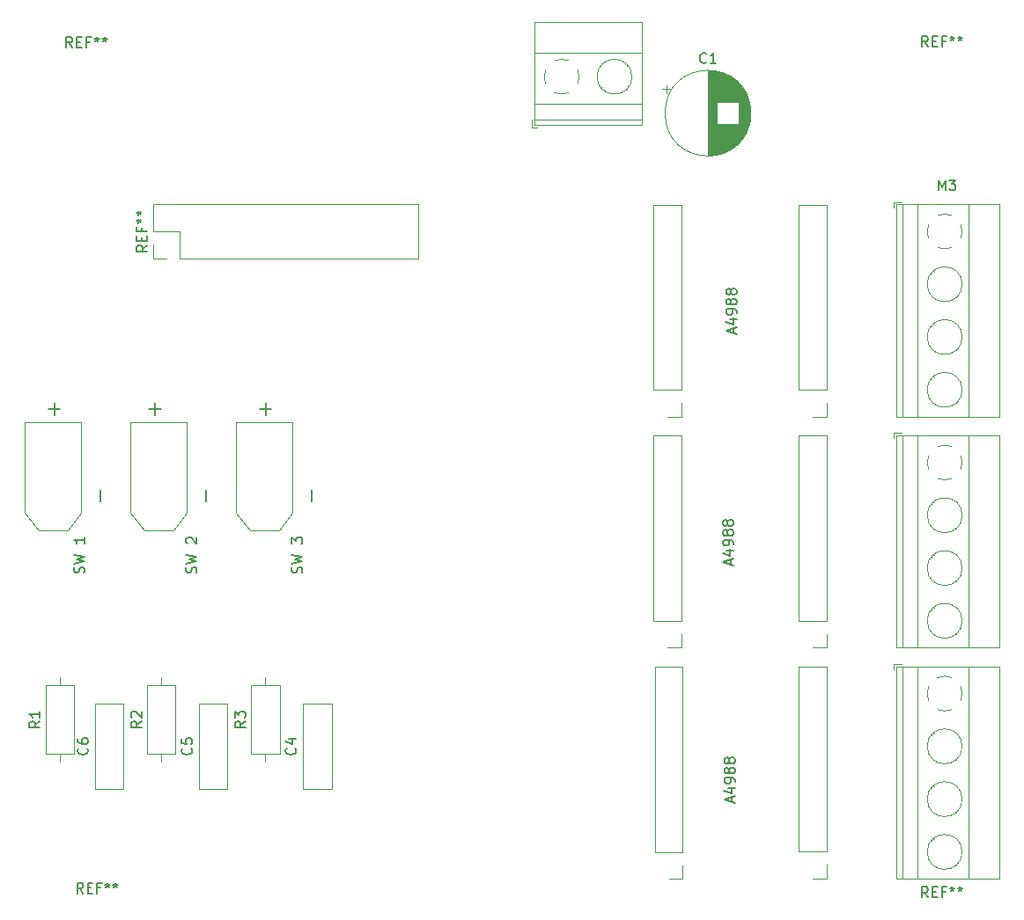
<source format=gto>
%TF.GenerationSoftware,KiCad,Pcbnew,6.0.11+dfsg-1*%
%TF.CreationDate,2023-07-27T12:15:27+02:00*%
%TF.ProjectId,CartesianRobotElectricalDocs,43617274-6573-4696-916e-526f626f7445,rev?*%
%TF.SameCoordinates,Original*%
%TF.FileFunction,Legend,Top*%
%TF.FilePolarity,Positive*%
%FSLAX46Y46*%
G04 Gerber Fmt 4.6, Leading zero omitted, Abs format (unit mm)*
G04 Created by KiCad (PCBNEW 6.0.11+dfsg-1) date 2023-07-27 12:15:27*
%MOMM*%
%LPD*%
G01*
G04 APERTURE LIST*
%ADD10C,0.150000*%
%ADD11C,0.120000*%
%ADD12R,1.700000X1.700000*%
%ADD13O,1.700000X1.700000*%
%ADD14C,7.500000*%
%ADD15C,1.600000*%
%ADD16O,1.600000X1.600000*%
%ADD17C,2.600000*%
%ADD18R,2.600000X2.600000*%
%ADD19R,1.600000X1.600000*%
%ADD20C,3.800000*%
%ADD21R,3.800000X3.800000*%
G04 APERTURE END LIST*
D10*
%TO.C,REF\u002A\u002A*%
X110426666Y-36872380D02*
X110093333Y-36396190D01*
X109855238Y-36872380D02*
X109855238Y-35872380D01*
X110236190Y-35872380D01*
X110331428Y-35920000D01*
X110379047Y-35967619D01*
X110426666Y-36062857D01*
X110426666Y-36205714D01*
X110379047Y-36300952D01*
X110331428Y-36348571D01*
X110236190Y-36396190D01*
X109855238Y-36396190D01*
X110855238Y-36348571D02*
X111188571Y-36348571D01*
X111331428Y-36872380D02*
X110855238Y-36872380D01*
X110855238Y-35872380D01*
X111331428Y-35872380D01*
X112093333Y-36348571D02*
X111760000Y-36348571D01*
X111760000Y-36872380D02*
X111760000Y-35872380D01*
X112236190Y-35872380D01*
X112760000Y-35872380D02*
X112760000Y-36110476D01*
X112521904Y-36015238D02*
X112760000Y-36110476D01*
X112998095Y-36015238D01*
X112617142Y-36300952D02*
X112760000Y-36110476D01*
X112902857Y-36300952D01*
X113521904Y-35872380D02*
X113521904Y-36110476D01*
X113283809Y-36015238D02*
X113521904Y-36110476D01*
X113760000Y-36015238D01*
X113379047Y-36300952D02*
X113521904Y-36110476D01*
X113664761Y-36300952D01*
%TO.C,C6*%
X111842142Y-104306666D02*
X111889761Y-104354285D01*
X111937380Y-104497142D01*
X111937380Y-104592380D01*
X111889761Y-104735238D01*
X111794523Y-104830476D01*
X111699285Y-104878095D01*
X111508809Y-104925714D01*
X111365952Y-104925714D01*
X111175476Y-104878095D01*
X111080238Y-104830476D01*
X110985000Y-104735238D01*
X110937380Y-104592380D01*
X110937380Y-104497142D01*
X110985000Y-104354285D01*
X111032619Y-104306666D01*
X110937380Y-103449523D02*
X110937380Y-103640000D01*
X110985000Y-103735238D01*
X111032619Y-103782857D01*
X111175476Y-103878095D01*
X111365952Y-103925714D01*
X111746904Y-103925714D01*
X111842142Y-103878095D01*
X111889761Y-103830476D01*
X111937380Y-103735238D01*
X111937380Y-103544761D01*
X111889761Y-103449523D01*
X111842142Y-103401904D01*
X111746904Y-103354285D01*
X111508809Y-103354285D01*
X111413571Y-103401904D01*
X111365952Y-103449523D01*
X111318333Y-103544761D01*
X111318333Y-103735238D01*
X111365952Y-103830476D01*
X111413571Y-103878095D01*
X111508809Y-103925714D01*
%TO.C,A4988*%
X174021666Y-64372857D02*
X174021666Y-63896666D01*
X174307380Y-64468095D02*
X173307380Y-64134761D01*
X174307380Y-63801428D01*
X173640714Y-63039523D02*
X174307380Y-63039523D01*
X173259761Y-63277619D02*
X173974047Y-63515714D01*
X173974047Y-62896666D01*
X174307380Y-62468095D02*
X174307380Y-62277619D01*
X174259761Y-62182380D01*
X174212142Y-62134761D01*
X174069285Y-62039523D01*
X173878809Y-61991904D01*
X173497857Y-61991904D01*
X173402619Y-62039523D01*
X173355000Y-62087142D01*
X173307380Y-62182380D01*
X173307380Y-62372857D01*
X173355000Y-62468095D01*
X173402619Y-62515714D01*
X173497857Y-62563333D01*
X173735952Y-62563333D01*
X173831190Y-62515714D01*
X173878809Y-62468095D01*
X173926428Y-62372857D01*
X173926428Y-62182380D01*
X173878809Y-62087142D01*
X173831190Y-62039523D01*
X173735952Y-61991904D01*
X173735952Y-61420476D02*
X173688333Y-61515714D01*
X173640714Y-61563333D01*
X173545476Y-61610952D01*
X173497857Y-61610952D01*
X173402619Y-61563333D01*
X173355000Y-61515714D01*
X173307380Y-61420476D01*
X173307380Y-61230000D01*
X173355000Y-61134761D01*
X173402619Y-61087142D01*
X173497857Y-61039523D01*
X173545476Y-61039523D01*
X173640714Y-61087142D01*
X173688333Y-61134761D01*
X173735952Y-61230000D01*
X173735952Y-61420476D01*
X173783571Y-61515714D01*
X173831190Y-61563333D01*
X173926428Y-61610952D01*
X174116904Y-61610952D01*
X174212142Y-61563333D01*
X174259761Y-61515714D01*
X174307380Y-61420476D01*
X174307380Y-61230000D01*
X174259761Y-61134761D01*
X174212142Y-61087142D01*
X174116904Y-61039523D01*
X173926428Y-61039523D01*
X173831190Y-61087142D01*
X173783571Y-61134761D01*
X173735952Y-61230000D01*
X173735952Y-60468095D02*
X173688333Y-60563333D01*
X173640714Y-60610952D01*
X173545476Y-60658571D01*
X173497857Y-60658571D01*
X173402619Y-60610952D01*
X173355000Y-60563333D01*
X173307380Y-60468095D01*
X173307380Y-60277619D01*
X173355000Y-60182380D01*
X173402619Y-60134761D01*
X173497857Y-60087142D01*
X173545476Y-60087142D01*
X173640714Y-60134761D01*
X173688333Y-60182380D01*
X173735952Y-60277619D01*
X173735952Y-60468095D01*
X173783571Y-60563333D01*
X173831190Y-60610952D01*
X173926428Y-60658571D01*
X174116904Y-60658571D01*
X174212142Y-60610952D01*
X174259761Y-60563333D01*
X174307380Y-60468095D01*
X174307380Y-60277619D01*
X174259761Y-60182380D01*
X174212142Y-60134761D01*
X174116904Y-60087142D01*
X173926428Y-60087142D01*
X173831190Y-60134761D01*
X173783571Y-60182380D01*
X173735952Y-60277619D01*
%TO.C,R1*%
X107302380Y-101726666D02*
X106826190Y-102060000D01*
X107302380Y-102298095D02*
X106302380Y-102298095D01*
X106302380Y-101917142D01*
X106350000Y-101821904D01*
X106397619Y-101774285D01*
X106492857Y-101726666D01*
X106635714Y-101726666D01*
X106730952Y-101774285D01*
X106778571Y-101821904D01*
X106826190Y-101917142D01*
X106826190Y-102298095D01*
X107302380Y-100774285D02*
X107302380Y-101345714D01*
X107302380Y-101060000D02*
X106302380Y-101060000D01*
X106445238Y-101155238D01*
X106540476Y-101250476D01*
X106588095Y-101345714D01*
%TO.C,C4*%
X131842142Y-104306666D02*
X131889761Y-104354285D01*
X131937380Y-104497142D01*
X131937380Y-104592380D01*
X131889761Y-104735238D01*
X131794523Y-104830476D01*
X131699285Y-104878095D01*
X131508809Y-104925714D01*
X131365952Y-104925714D01*
X131175476Y-104878095D01*
X131080238Y-104830476D01*
X130985000Y-104735238D01*
X130937380Y-104592380D01*
X130937380Y-104497142D01*
X130985000Y-104354285D01*
X131032619Y-104306666D01*
X131270714Y-103449523D02*
X131937380Y-103449523D01*
X130889761Y-103687619D02*
X131604047Y-103925714D01*
X131604047Y-103306666D01*
%TO.C,R3*%
X127067380Y-101726666D02*
X126591190Y-102060000D01*
X127067380Y-102298095D02*
X126067380Y-102298095D01*
X126067380Y-101917142D01*
X126115000Y-101821904D01*
X126162619Y-101774285D01*
X126257857Y-101726666D01*
X126400714Y-101726666D01*
X126495952Y-101774285D01*
X126543571Y-101821904D01*
X126591190Y-101917142D01*
X126591190Y-102298095D01*
X126067380Y-101393333D02*
X126067380Y-100774285D01*
X126448333Y-101107619D01*
X126448333Y-100964761D01*
X126495952Y-100869523D01*
X126543571Y-100821904D01*
X126638809Y-100774285D01*
X126876904Y-100774285D01*
X126972142Y-100821904D01*
X127019761Y-100869523D01*
X127067380Y-100964761D01*
X127067380Y-101250476D01*
X127019761Y-101345714D01*
X126972142Y-101393333D01*
%TO.C,C1*%
X171380682Y-38287142D02*
X171333063Y-38334761D01*
X171190206Y-38382380D01*
X171094968Y-38382380D01*
X170952110Y-38334761D01*
X170856872Y-38239523D01*
X170809253Y-38144285D01*
X170761634Y-37953809D01*
X170761634Y-37810952D01*
X170809253Y-37620476D01*
X170856872Y-37525238D01*
X170952110Y-37430000D01*
X171094968Y-37382380D01*
X171190206Y-37382380D01*
X171333063Y-37430000D01*
X171380682Y-37477619D01*
X172333063Y-38382380D02*
X171761634Y-38382380D01*
X172047349Y-38382380D02*
X172047349Y-37382380D01*
X171952110Y-37525238D01*
X171856872Y-37620476D01*
X171761634Y-37668095D01*
%TO.C,SW 3*%
X132484761Y-87439285D02*
X132532380Y-87296428D01*
X132532380Y-87058333D01*
X132484761Y-86963095D01*
X132437142Y-86915476D01*
X132341904Y-86867857D01*
X132246666Y-86867857D01*
X132151428Y-86915476D01*
X132103809Y-86963095D01*
X132056190Y-87058333D01*
X132008571Y-87248809D01*
X131960952Y-87344047D01*
X131913333Y-87391666D01*
X131818095Y-87439285D01*
X131722857Y-87439285D01*
X131627619Y-87391666D01*
X131580000Y-87344047D01*
X131532380Y-87248809D01*
X131532380Y-87010714D01*
X131580000Y-86867857D01*
X131532380Y-86534523D02*
X132532380Y-86296428D01*
X131818095Y-86105952D01*
X132532380Y-85915476D01*
X131532380Y-85677380D01*
X131532380Y-84629761D02*
X131532380Y-84010714D01*
X131913333Y-84344047D01*
X131913333Y-84201190D01*
X131960952Y-84105952D01*
X132008571Y-84058333D01*
X132103809Y-84010714D01*
X132341904Y-84010714D01*
X132437142Y-84058333D01*
X132484761Y-84105952D01*
X132532380Y-84201190D01*
X132532380Y-84486904D01*
X132484761Y-84582142D01*
X132437142Y-84629761D01*
X129012142Y-72216428D02*
X129012142Y-71073571D01*
X129583571Y-71645000D02*
X128440714Y-71645000D01*
X133457142Y-80581428D02*
X133457142Y-79438571D01*
%TO.C,REF\u002A\u002A*%
X192698666Y-36788380D02*
X192365333Y-36312190D01*
X192127238Y-36788380D02*
X192127238Y-35788380D01*
X192508190Y-35788380D01*
X192603428Y-35836000D01*
X192651047Y-35883619D01*
X192698666Y-35978857D01*
X192698666Y-36121714D01*
X192651047Y-36216952D01*
X192603428Y-36264571D01*
X192508190Y-36312190D01*
X192127238Y-36312190D01*
X193127238Y-36264571D02*
X193460571Y-36264571D01*
X193603428Y-36788380D02*
X193127238Y-36788380D01*
X193127238Y-35788380D01*
X193603428Y-35788380D01*
X194365333Y-36264571D02*
X194032000Y-36264571D01*
X194032000Y-36788380D02*
X194032000Y-35788380D01*
X194508190Y-35788380D01*
X195032000Y-35788380D02*
X195032000Y-36026476D01*
X194793904Y-35931238D02*
X195032000Y-36026476D01*
X195270095Y-35931238D01*
X194889142Y-36216952D02*
X195032000Y-36026476D01*
X195174857Y-36216952D01*
X195793904Y-35788380D02*
X195793904Y-36026476D01*
X195555809Y-35931238D02*
X195793904Y-36026476D01*
X196032000Y-35931238D01*
X195651047Y-36216952D02*
X195793904Y-36026476D01*
X195936761Y-36216952D01*
%TO.C,SW 2*%
X122324761Y-87439285D02*
X122372380Y-87296428D01*
X122372380Y-87058333D01*
X122324761Y-86963095D01*
X122277142Y-86915476D01*
X122181904Y-86867857D01*
X122086666Y-86867857D01*
X121991428Y-86915476D01*
X121943809Y-86963095D01*
X121896190Y-87058333D01*
X121848571Y-87248809D01*
X121800952Y-87344047D01*
X121753333Y-87391666D01*
X121658095Y-87439285D01*
X121562857Y-87439285D01*
X121467619Y-87391666D01*
X121420000Y-87344047D01*
X121372380Y-87248809D01*
X121372380Y-87010714D01*
X121420000Y-86867857D01*
X121372380Y-86534523D02*
X122372380Y-86296428D01*
X121658095Y-86105952D01*
X122372380Y-85915476D01*
X121372380Y-85677380D01*
X121467619Y-84582142D02*
X121420000Y-84534523D01*
X121372380Y-84439285D01*
X121372380Y-84201190D01*
X121420000Y-84105952D01*
X121467619Y-84058333D01*
X121562857Y-84010714D01*
X121658095Y-84010714D01*
X121800952Y-84058333D01*
X122372380Y-84629761D01*
X122372380Y-84010714D01*
X123297142Y-80581428D02*
X123297142Y-79438571D01*
X118352142Y-72216428D02*
X118352142Y-71073571D01*
X118923571Y-71645000D02*
X117780714Y-71645000D01*
%TO.C,A4988*%
X173701666Y-86622457D02*
X173701666Y-86146266D01*
X173987380Y-86717695D02*
X172987380Y-86384361D01*
X173987380Y-86051028D01*
X173320714Y-85289123D02*
X173987380Y-85289123D01*
X172939761Y-85527219D02*
X173654047Y-85765314D01*
X173654047Y-85146266D01*
X173987380Y-84717695D02*
X173987380Y-84527219D01*
X173939761Y-84431980D01*
X173892142Y-84384361D01*
X173749285Y-84289123D01*
X173558809Y-84241504D01*
X173177857Y-84241504D01*
X173082619Y-84289123D01*
X173035000Y-84336742D01*
X172987380Y-84431980D01*
X172987380Y-84622457D01*
X173035000Y-84717695D01*
X173082619Y-84765314D01*
X173177857Y-84812933D01*
X173415952Y-84812933D01*
X173511190Y-84765314D01*
X173558809Y-84717695D01*
X173606428Y-84622457D01*
X173606428Y-84431980D01*
X173558809Y-84336742D01*
X173511190Y-84289123D01*
X173415952Y-84241504D01*
X173415952Y-83670076D02*
X173368333Y-83765314D01*
X173320714Y-83812933D01*
X173225476Y-83860552D01*
X173177857Y-83860552D01*
X173082619Y-83812933D01*
X173035000Y-83765314D01*
X172987380Y-83670076D01*
X172987380Y-83479600D01*
X173035000Y-83384361D01*
X173082619Y-83336742D01*
X173177857Y-83289123D01*
X173225476Y-83289123D01*
X173320714Y-83336742D01*
X173368333Y-83384361D01*
X173415952Y-83479600D01*
X173415952Y-83670076D01*
X173463571Y-83765314D01*
X173511190Y-83812933D01*
X173606428Y-83860552D01*
X173796904Y-83860552D01*
X173892142Y-83812933D01*
X173939761Y-83765314D01*
X173987380Y-83670076D01*
X173987380Y-83479600D01*
X173939761Y-83384361D01*
X173892142Y-83336742D01*
X173796904Y-83289123D01*
X173606428Y-83289123D01*
X173511190Y-83336742D01*
X173463571Y-83384361D01*
X173415952Y-83479600D01*
X173415952Y-82717695D02*
X173368333Y-82812933D01*
X173320714Y-82860552D01*
X173225476Y-82908171D01*
X173177857Y-82908171D01*
X173082619Y-82860552D01*
X173035000Y-82812933D01*
X172987380Y-82717695D01*
X172987380Y-82527219D01*
X173035000Y-82431980D01*
X173082619Y-82384361D01*
X173177857Y-82336742D01*
X173225476Y-82336742D01*
X173320714Y-82384361D01*
X173368333Y-82431980D01*
X173415952Y-82527219D01*
X173415952Y-82717695D01*
X173463571Y-82812933D01*
X173511190Y-82860552D01*
X173606428Y-82908171D01*
X173796904Y-82908171D01*
X173892142Y-82860552D01*
X173939761Y-82812933D01*
X173987380Y-82717695D01*
X173987380Y-82527219D01*
X173939761Y-82431980D01*
X173892142Y-82384361D01*
X173796904Y-82336742D01*
X173606428Y-82336742D01*
X173511190Y-82384361D01*
X173463571Y-82431980D01*
X173415952Y-82527219D01*
%TO.C,R2*%
X117067380Y-101726666D02*
X116591190Y-102060000D01*
X117067380Y-102298095D02*
X116067380Y-102298095D01*
X116067380Y-101917142D01*
X116115000Y-101821904D01*
X116162619Y-101774285D01*
X116257857Y-101726666D01*
X116400714Y-101726666D01*
X116495952Y-101774285D01*
X116543571Y-101821904D01*
X116591190Y-101917142D01*
X116591190Y-102298095D01*
X116162619Y-101345714D02*
X116115000Y-101298095D01*
X116067380Y-101202857D01*
X116067380Y-100964761D01*
X116115000Y-100869523D01*
X116162619Y-100821904D01*
X116257857Y-100774285D01*
X116353095Y-100774285D01*
X116495952Y-100821904D01*
X117067380Y-101393333D01*
X117067380Y-100774285D01*
%TO.C,M3*%
X193700476Y-50617380D02*
X193700476Y-49617380D01*
X194033809Y-50331666D01*
X194367142Y-49617380D01*
X194367142Y-50617380D01*
X194748095Y-49617380D02*
X195367142Y-49617380D01*
X195033809Y-49998333D01*
X195176666Y-49998333D01*
X195271904Y-50045952D01*
X195319523Y-50093571D01*
X195367142Y-50188809D01*
X195367142Y-50426904D01*
X195319523Y-50522142D01*
X195271904Y-50569761D01*
X195176666Y-50617380D01*
X194890952Y-50617380D01*
X194795714Y-50569761D01*
X194748095Y-50522142D01*
%TO.C,REF\u002A\u002A*%
X117622380Y-55908333D02*
X117146190Y-56241666D01*
X117622380Y-56479761D02*
X116622380Y-56479761D01*
X116622380Y-56098809D01*
X116670000Y-56003571D01*
X116717619Y-55955952D01*
X116812857Y-55908333D01*
X116955714Y-55908333D01*
X117050952Y-55955952D01*
X117098571Y-56003571D01*
X117146190Y-56098809D01*
X117146190Y-56479761D01*
X117098571Y-55479761D02*
X117098571Y-55146428D01*
X117622380Y-55003571D02*
X117622380Y-55479761D01*
X116622380Y-55479761D01*
X116622380Y-55003571D01*
X117098571Y-54241666D02*
X117098571Y-54575000D01*
X117622380Y-54575000D02*
X116622380Y-54575000D01*
X116622380Y-54098809D01*
X116622380Y-53575000D02*
X116860476Y-53575000D01*
X116765238Y-53813095D02*
X116860476Y-53575000D01*
X116765238Y-53336904D01*
X117050952Y-53717857D02*
X116860476Y-53575000D01*
X117050952Y-53432142D01*
X116622380Y-52813095D02*
X116860476Y-52813095D01*
X116765238Y-53051190D02*
X116860476Y-52813095D01*
X116765238Y-52575000D01*
X117050952Y-52955952D02*
X116860476Y-52813095D01*
X117050952Y-52670238D01*
X192698666Y-118669079D02*
X192365333Y-118192889D01*
X192127238Y-118669079D02*
X192127238Y-117669079D01*
X192508190Y-117669079D01*
X192603428Y-117716699D01*
X192651047Y-117764318D01*
X192698666Y-117859556D01*
X192698666Y-118002413D01*
X192651047Y-118097651D01*
X192603428Y-118145270D01*
X192508190Y-118192889D01*
X192127238Y-118192889D01*
X193127238Y-118145270D02*
X193460571Y-118145270D01*
X193603428Y-118669079D02*
X193127238Y-118669079D01*
X193127238Y-117669079D01*
X193603428Y-117669079D01*
X194365333Y-118145270D02*
X194032000Y-118145270D01*
X194032000Y-118669079D02*
X194032000Y-117669079D01*
X194508190Y-117669079D01*
X195032000Y-117669079D02*
X195032000Y-117907175D01*
X194793904Y-117811937D02*
X195032000Y-117907175D01*
X195270095Y-117811937D01*
X194889142Y-118097651D02*
X195032000Y-117907175D01*
X195174857Y-118097651D01*
X195793904Y-117669079D02*
X195793904Y-117907175D01*
X195555809Y-117811937D02*
X195793904Y-117907175D01*
X196032000Y-117811937D01*
X195651047Y-118097651D02*
X195793904Y-117907175D01*
X195936761Y-118097651D01*
%TO.C,C5*%
X121842142Y-104306666D02*
X121889761Y-104354285D01*
X121937380Y-104497142D01*
X121937380Y-104592380D01*
X121889761Y-104735238D01*
X121794523Y-104830476D01*
X121699285Y-104878095D01*
X121508809Y-104925714D01*
X121365952Y-104925714D01*
X121175476Y-104878095D01*
X121080238Y-104830476D01*
X120985000Y-104735238D01*
X120937380Y-104592380D01*
X120937380Y-104497142D01*
X120985000Y-104354285D01*
X121032619Y-104306666D01*
X120937380Y-103401904D02*
X120937380Y-103878095D01*
X121413571Y-103925714D01*
X121365952Y-103878095D01*
X121318333Y-103782857D01*
X121318333Y-103544761D01*
X121365952Y-103449523D01*
X121413571Y-103401904D01*
X121508809Y-103354285D01*
X121746904Y-103354285D01*
X121842142Y-103401904D01*
X121889761Y-103449523D01*
X121937380Y-103544761D01*
X121937380Y-103782857D01*
X121889761Y-103878095D01*
X121842142Y-103925714D01*
%TO.C,REF\u002A\u002A*%
X111466666Y-118283079D02*
X111133333Y-117806889D01*
X110895238Y-118283079D02*
X110895238Y-117283079D01*
X111276190Y-117283079D01*
X111371428Y-117330699D01*
X111419047Y-117378318D01*
X111466666Y-117473556D01*
X111466666Y-117616413D01*
X111419047Y-117711651D01*
X111371428Y-117759270D01*
X111276190Y-117806889D01*
X110895238Y-117806889D01*
X111895238Y-117759270D02*
X112228571Y-117759270D01*
X112371428Y-118283079D02*
X111895238Y-118283079D01*
X111895238Y-117283079D01*
X112371428Y-117283079D01*
X113133333Y-117759270D02*
X112800000Y-117759270D01*
X112800000Y-118283079D02*
X112800000Y-117283079D01*
X113276190Y-117283079D01*
X113800000Y-117283079D02*
X113800000Y-117521175D01*
X113561904Y-117425937D02*
X113800000Y-117521175D01*
X114038095Y-117425937D01*
X113657142Y-117711651D02*
X113800000Y-117521175D01*
X113942857Y-117711651D01*
X114561904Y-117283079D02*
X114561904Y-117521175D01*
X114323809Y-117425937D02*
X114561904Y-117521175D01*
X114800000Y-117425937D01*
X114419047Y-117711651D02*
X114561904Y-117521175D01*
X114704761Y-117711651D01*
%TO.C,A4988*%
X173854066Y-109507857D02*
X173854066Y-109031666D01*
X174139780Y-109603095D02*
X173139780Y-109269761D01*
X174139780Y-108936428D01*
X173473114Y-108174523D02*
X174139780Y-108174523D01*
X173092161Y-108412619D02*
X173806447Y-108650714D01*
X173806447Y-108031666D01*
X174139780Y-107603095D02*
X174139780Y-107412619D01*
X174092161Y-107317380D01*
X174044542Y-107269761D01*
X173901685Y-107174523D01*
X173711209Y-107126904D01*
X173330257Y-107126904D01*
X173235019Y-107174523D01*
X173187400Y-107222142D01*
X173139780Y-107317380D01*
X173139780Y-107507857D01*
X173187400Y-107603095D01*
X173235019Y-107650714D01*
X173330257Y-107698333D01*
X173568352Y-107698333D01*
X173663590Y-107650714D01*
X173711209Y-107603095D01*
X173758828Y-107507857D01*
X173758828Y-107317380D01*
X173711209Y-107222142D01*
X173663590Y-107174523D01*
X173568352Y-107126904D01*
X173568352Y-106555476D02*
X173520733Y-106650714D01*
X173473114Y-106698333D01*
X173377876Y-106745952D01*
X173330257Y-106745952D01*
X173235019Y-106698333D01*
X173187400Y-106650714D01*
X173139780Y-106555476D01*
X173139780Y-106365000D01*
X173187400Y-106269761D01*
X173235019Y-106222142D01*
X173330257Y-106174523D01*
X173377876Y-106174523D01*
X173473114Y-106222142D01*
X173520733Y-106269761D01*
X173568352Y-106365000D01*
X173568352Y-106555476D01*
X173615971Y-106650714D01*
X173663590Y-106698333D01*
X173758828Y-106745952D01*
X173949304Y-106745952D01*
X174044542Y-106698333D01*
X174092161Y-106650714D01*
X174139780Y-106555476D01*
X174139780Y-106365000D01*
X174092161Y-106269761D01*
X174044542Y-106222142D01*
X173949304Y-106174523D01*
X173758828Y-106174523D01*
X173663590Y-106222142D01*
X173615971Y-106269761D01*
X173568352Y-106365000D01*
X173568352Y-105603095D02*
X173520733Y-105698333D01*
X173473114Y-105745952D01*
X173377876Y-105793571D01*
X173330257Y-105793571D01*
X173235019Y-105745952D01*
X173187400Y-105698333D01*
X173139780Y-105603095D01*
X173139780Y-105412619D01*
X173187400Y-105317380D01*
X173235019Y-105269761D01*
X173330257Y-105222142D01*
X173377876Y-105222142D01*
X173473114Y-105269761D01*
X173520733Y-105317380D01*
X173568352Y-105412619D01*
X173568352Y-105603095D01*
X173615971Y-105698333D01*
X173663590Y-105745952D01*
X173758828Y-105793571D01*
X173949304Y-105793571D01*
X174044542Y-105745952D01*
X174092161Y-105698333D01*
X174139780Y-105603095D01*
X174139780Y-105412619D01*
X174092161Y-105317380D01*
X174044542Y-105269761D01*
X173949304Y-105222142D01*
X173758828Y-105222142D01*
X173663590Y-105269761D01*
X173615971Y-105317380D01*
X173568352Y-105412619D01*
%TO.C,SW 1*%
X111529761Y-87439285D02*
X111577380Y-87296428D01*
X111577380Y-87058333D01*
X111529761Y-86963095D01*
X111482142Y-86915476D01*
X111386904Y-86867857D01*
X111291666Y-86867857D01*
X111196428Y-86915476D01*
X111148809Y-86963095D01*
X111101190Y-87058333D01*
X111053571Y-87248809D01*
X111005952Y-87344047D01*
X110958333Y-87391666D01*
X110863095Y-87439285D01*
X110767857Y-87439285D01*
X110672619Y-87391666D01*
X110625000Y-87344047D01*
X110577380Y-87248809D01*
X110577380Y-87010714D01*
X110625000Y-86867857D01*
X110577380Y-86534523D02*
X111577380Y-86296428D01*
X110863095Y-86105952D01*
X111577380Y-85915476D01*
X110577380Y-85677380D01*
X111577380Y-84010714D02*
X111577380Y-84582142D01*
X111577380Y-84296428D02*
X110577380Y-84296428D01*
X110720238Y-84391666D01*
X110815476Y-84486904D01*
X110863095Y-84582142D01*
X113137142Y-80581428D02*
X113137142Y-79438571D01*
X108692142Y-72216428D02*
X108692142Y-71073571D01*
X109263571Y-71645000D02*
X108120714Y-71645000D01*
D11*
%TO.C,REF\u002A\u002A*%
X182940000Y-114285000D02*
X182940000Y-96445000D01*
X182940000Y-115555000D02*
X182940000Y-116885000D01*
X182940000Y-96445000D02*
X180280000Y-96445000D01*
X182940000Y-116885000D02*
X181610000Y-116885000D01*
X180280000Y-114285000D02*
X180280000Y-96445000D01*
X182940000Y-114285000D02*
X180280000Y-114285000D01*
%TO.C,C6*%
X112615000Y-100020000D02*
X115355000Y-100020000D01*
X112615000Y-108260000D02*
X112615000Y-100020000D01*
X115355000Y-108260000D02*
X115355000Y-100020000D01*
X112615000Y-108260000D02*
X115355000Y-108260000D01*
%TO.C,A4988*%
X168970000Y-72430000D02*
X167640000Y-72430000D01*
X166310000Y-69830000D02*
X166310000Y-51990000D01*
X168970000Y-71100000D02*
X168970000Y-72430000D01*
X168970000Y-51990000D02*
X166310000Y-51990000D01*
X168970000Y-69830000D02*
X166310000Y-69830000D01*
X168970000Y-69830000D02*
X168970000Y-51990000D01*
%TO.C,R1*%
X110590000Y-98290000D02*
X107850000Y-98290000D01*
X107850000Y-104830000D02*
X110590000Y-104830000D01*
X109220000Y-97520000D02*
X109220000Y-98290000D01*
X107850000Y-98290000D02*
X107850000Y-104830000D01*
X110590000Y-104830000D02*
X110590000Y-98290000D01*
X109220000Y-105600000D02*
X109220000Y-104830000D01*
%TO.C,C4*%
X132615000Y-108260000D02*
X135355000Y-108260000D01*
X132615000Y-100020000D02*
X135355000Y-100020000D01*
X135355000Y-108260000D02*
X135355000Y-100020000D01*
X132615000Y-108260000D02*
X132615000Y-100020000D01*
%TO.C,M2*%
X195990000Y-86969600D02*
G75*
G03*
X195990000Y-86969600I-1680000J0D01*
G01*
X195990000Y-92049600D02*
G75*
G03*
X195990000Y-92049600I-1680000J0D01*
G01*
X195990000Y-81889600D02*
G75*
G03*
X195990000Y-81889600I-1680000J0D01*
G01*
X193626000Y-78344601D02*
G75*
G03*
X194993042Y-78345027I684000J1535001D01*
G01*
X192775000Y-76125600D02*
G75*
G03*
X192629747Y-76838405I1535001J-683999D01*
G01*
X192630000Y-76809600D02*
G75*
G03*
X192775244Y-77492918I1680000J0D01*
G01*
X195845000Y-77493600D02*
G75*
G03*
X195845427Y-76126558I-1534993J684001D01*
G01*
X194994000Y-75274600D02*
G75*
G03*
X193626958Y-75274173I-684001J-1534993D01*
G01*
X190210000Y-74209600D02*
X190210000Y-94649600D01*
X199571000Y-74209600D02*
X199571000Y-94649600D01*
X195379000Y-88244600D02*
X195333000Y-88197600D01*
X190150000Y-73969600D02*
X189410000Y-73969600D01*
X199571000Y-74209600D02*
X189650000Y-74209600D01*
X193071000Y-85935600D02*
X193036000Y-85900600D01*
X189410000Y-73969600D02*
X189410000Y-74469600D01*
X195585000Y-88039600D02*
X195549000Y-88004600D01*
X195379000Y-93324600D02*
X195333000Y-93277600D01*
X196611000Y-74209600D02*
X196611000Y-94649600D01*
X193287000Y-90822600D02*
X193241000Y-90775600D01*
X195379000Y-83164600D02*
X195333000Y-83117600D01*
X191710000Y-74209600D02*
X191710000Y-94649600D01*
X189650000Y-74209600D02*
X189650000Y-94649600D01*
X195585000Y-93119600D02*
X195549000Y-93084600D01*
X193071000Y-91015600D02*
X193036000Y-90980600D01*
X193287000Y-80662600D02*
X193241000Y-80615600D01*
X195585000Y-82959600D02*
X195549000Y-82924600D01*
X199571000Y-94649600D02*
X189650000Y-94649600D01*
X193071000Y-80855600D02*
X193036000Y-80820600D01*
X193287000Y-85742600D02*
X193241000Y-85695600D01*
%TO.C,R3*%
X128985000Y-105600000D02*
X128985000Y-104830000D01*
X128985000Y-97520000D02*
X128985000Y-98290000D01*
X127615000Y-98290000D02*
X127615000Y-104830000D01*
X130355000Y-98290000D02*
X127615000Y-98290000D01*
X130355000Y-104830000D02*
X130355000Y-98290000D01*
X127615000Y-104830000D02*
X130355000Y-104830000D01*
%TO.C,REF\u002A\u002A*%
X154635000Y-43835000D02*
X154635000Y-44575000D01*
X154875000Y-34414000D02*
X154875000Y-44335000D01*
X154875000Y-44335000D02*
X165155000Y-44335000D01*
X154875000Y-34414000D02*
X165155000Y-34414000D01*
X154875000Y-42275000D02*
X165155000Y-42275000D01*
X154875000Y-37374000D02*
X165155000Y-37374000D01*
X154875000Y-43775000D02*
X165155000Y-43775000D01*
X161521000Y-40914000D02*
X161486000Y-40949000D01*
X163625000Y-38400000D02*
X163590000Y-38436000D01*
X161328000Y-40698000D02*
X161281000Y-40744000D01*
X163830000Y-38606000D02*
X163783000Y-38652000D01*
X154635000Y-44575000D02*
X155135000Y-44575000D01*
X165155000Y-34414000D02*
X165155000Y-44335000D01*
X155940000Y-38991000D02*
G75*
G03*
X155939573Y-40358042I1534993J-684001D01*
G01*
X157475000Y-41355000D02*
G75*
G03*
X158158318Y-41209756I0J1680000D01*
G01*
X158159000Y-38140000D02*
G75*
G03*
X156791958Y-38139573I-684001J-1534993D01*
G01*
X156791000Y-41210000D02*
G75*
G03*
X157503805Y-41355253I683999J1535001D01*
G01*
X159010001Y-40359000D02*
G75*
G03*
X159010427Y-38991958I-1535001J684000D01*
G01*
X164235000Y-39675000D02*
G75*
G03*
X164235000Y-39675000I-1680000J0D01*
G01*
%TO.C,C1*%
X173468349Y-44220000D02*
X173468349Y-46786000D01*
X174788349Y-40675000D02*
X174788349Y-45685000D01*
X172468349Y-39204000D02*
X172468349Y-42140000D01*
X173588349Y-39640000D02*
X173588349Y-42140000D01*
X174028349Y-44220000D02*
X174028349Y-46430000D01*
X173548349Y-44220000D02*
X173548349Y-46742000D01*
X172828349Y-39303000D02*
X172828349Y-42140000D01*
X174308349Y-40161000D02*
X174308349Y-42140000D01*
X173188349Y-39440000D02*
X173188349Y-42140000D01*
X167537651Y-40465000D02*
X167537651Y-41265000D01*
X172027349Y-39128000D02*
X172027349Y-47232000D01*
X174068349Y-39960000D02*
X174068349Y-42140000D01*
X172788349Y-39291000D02*
X172788349Y-42140000D01*
X173228349Y-39458000D02*
X173228349Y-42140000D01*
X173028349Y-39375000D02*
X173028349Y-42140000D01*
X172668349Y-44220000D02*
X172668349Y-47105000D01*
X171947349Y-39119000D02*
X171947349Y-47241000D01*
X174188349Y-44220000D02*
X174188349Y-46304000D01*
X175628349Y-42647000D02*
X175628349Y-43713000D01*
X173908349Y-44220000D02*
X173908349Y-46518000D01*
X172708349Y-44220000D02*
X172708349Y-47094000D01*
X174828349Y-40726000D02*
X174828349Y-45634000D01*
X174268349Y-40125000D02*
X174268349Y-42140000D01*
X174148349Y-44220000D02*
X174148349Y-46336000D01*
X173108349Y-39406000D02*
X173108349Y-42140000D01*
X173028349Y-44220000D02*
X173028349Y-46985000D01*
X172948349Y-44220000D02*
X172948349Y-47015000D01*
X174748349Y-40624000D02*
X174748349Y-45736000D01*
X173308349Y-44220000D02*
X173308349Y-46866000D01*
X172187349Y-39150000D02*
X172187349Y-47210000D01*
X173508349Y-39596000D02*
X173508349Y-42140000D01*
X172628349Y-44220000D02*
X172628349Y-47116000D01*
X174628349Y-40483000D02*
X174628349Y-45877000D01*
X175268349Y-41449000D02*
X175268349Y-44911000D01*
X173988349Y-39900000D02*
X173988349Y-42140000D01*
X172508349Y-39213000D02*
X172508349Y-42140000D01*
X174348349Y-40197000D02*
X174348349Y-42140000D01*
X172908349Y-39330000D02*
X172908349Y-42140000D01*
X173828349Y-39788000D02*
X173828349Y-42140000D01*
X173788349Y-44220000D02*
X173788349Y-46598000D01*
X175468349Y-41951000D02*
X175468349Y-44409000D01*
X172508349Y-44220000D02*
X172508349Y-47147000D01*
X173708349Y-39711000D02*
X173708349Y-42140000D01*
X174908349Y-40835000D02*
X174908349Y-45525000D01*
X175148349Y-41216000D02*
X175148349Y-45144000D01*
X173268349Y-39476000D02*
X173268349Y-42140000D01*
X175228349Y-41367000D02*
X175228349Y-44993000D01*
X173948349Y-44220000D02*
X173948349Y-46489000D01*
X174988349Y-40952000D02*
X174988349Y-45408000D01*
X174508349Y-40354000D02*
X174508349Y-46006000D01*
X172748349Y-44220000D02*
X172748349Y-47082000D01*
X173748349Y-44220000D02*
X173748349Y-46624000D01*
X173348349Y-44220000D02*
X173348349Y-46846000D01*
X173708349Y-44220000D02*
X173708349Y-46649000D01*
X173188349Y-44220000D02*
X173188349Y-46920000D01*
X173548349Y-39618000D02*
X173548349Y-42140000D01*
X175548349Y-42232000D02*
X175548349Y-44128000D01*
X174028349Y-39930000D02*
X174028349Y-42140000D01*
X172548349Y-44220000D02*
X172548349Y-47137000D01*
X173508349Y-44220000D02*
X173508349Y-46764000D01*
X173628349Y-44220000D02*
X173628349Y-46697000D01*
X171867349Y-39112000D02*
X171867349Y-47248000D01*
X174108349Y-44220000D02*
X174108349Y-46369000D01*
X172147349Y-39143000D02*
X172147349Y-47217000D01*
X171907349Y-39115000D02*
X171907349Y-47245000D01*
X172868349Y-44220000D02*
X172868349Y-47043000D01*
X174388349Y-44220000D02*
X174388349Y-46125000D01*
X175068349Y-41078000D02*
X175068349Y-45282000D01*
X174268349Y-44220000D02*
X174268349Y-46235000D01*
X173668349Y-39687000D02*
X173668349Y-42140000D01*
X175428349Y-41834000D02*
X175428349Y-44526000D01*
X173348349Y-39514000D02*
X173348349Y-42140000D01*
X174948349Y-40893000D02*
X174948349Y-45467000D01*
X174668349Y-40529000D02*
X174668349Y-45831000D01*
X167137651Y-40865000D02*
X167937651Y-40865000D01*
X172668349Y-39255000D02*
X172668349Y-42140000D01*
X174108349Y-39991000D02*
X174108349Y-42140000D01*
X172388349Y-39186000D02*
X172388349Y-47174000D01*
X173908349Y-39842000D02*
X173908349Y-42140000D01*
X172588349Y-39233000D02*
X172588349Y-42140000D01*
X173748349Y-39736000D02*
X173748349Y-42140000D01*
X173068349Y-39390000D02*
X173068349Y-42140000D01*
X173948349Y-39871000D02*
X173948349Y-42140000D01*
X173828349Y-44220000D02*
X173828349Y-46572000D01*
X171587349Y-39100000D02*
X171587349Y-47260000D01*
X173628349Y-39663000D02*
X173628349Y-42140000D01*
X174548349Y-40396000D02*
X174548349Y-45964000D01*
X172308349Y-39170000D02*
X172308349Y-47190000D01*
X174428349Y-40273000D02*
X174428349Y-42140000D01*
X174348349Y-44220000D02*
X174348349Y-46163000D01*
X173268349Y-44220000D02*
X173268349Y-46884000D01*
X171747349Y-39104000D02*
X171747349Y-47256000D01*
X174468349Y-40313000D02*
X174468349Y-42140000D01*
X172468349Y-44220000D02*
X172468349Y-47156000D01*
X175188349Y-41290000D02*
X175188349Y-45070000D01*
X173468349Y-39574000D02*
X173468349Y-42140000D01*
X171987349Y-39123000D02*
X171987349Y-47237000D01*
X174148349Y-40024000D02*
X174148349Y-42140000D01*
X171547349Y-39100000D02*
X171547349Y-47260000D01*
X171827349Y-39109000D02*
X171827349Y-47251000D01*
X173428349Y-39553000D02*
X173428349Y-42140000D01*
X172428349Y-44220000D02*
X172428349Y-47165000D01*
X175308349Y-41535000D02*
X175308349Y-44825000D01*
X174308349Y-44220000D02*
X174308349Y-46199000D01*
X173228349Y-44220000D02*
X173228349Y-46902000D01*
X175388349Y-41727000D02*
X175388349Y-44633000D01*
X174468349Y-44220000D02*
X174468349Y-46047000D01*
X173108349Y-44220000D02*
X173108349Y-46954000D01*
X174228349Y-44220000D02*
X174228349Y-46270000D01*
X171707349Y-39103000D02*
X171707349Y-47257000D01*
X174228349Y-40090000D02*
X174228349Y-42140000D01*
X173308349Y-39494000D02*
X173308349Y-42140000D01*
X173388349Y-39533000D02*
X173388349Y-42140000D01*
X173148349Y-44220000D02*
X173148349Y-46937000D01*
X174388349Y-40235000D02*
X174388349Y-42140000D01*
X174588349Y-40439000D02*
X174588349Y-45921000D01*
X173668349Y-44220000D02*
X173668349Y-46673000D01*
X174708349Y-40576000D02*
X174708349Y-45784000D01*
X172748349Y-39278000D02*
X172748349Y-42140000D01*
X172268349Y-39163000D02*
X172268349Y-47197000D01*
X173988349Y-44220000D02*
X173988349Y-46460000D01*
X172067349Y-39132000D02*
X172067349Y-47228000D01*
X172948349Y-39345000D02*
X172948349Y-42140000D01*
X173788349Y-39762000D02*
X173788349Y-42140000D01*
X172908349Y-44220000D02*
X172908349Y-47030000D01*
X173868349Y-44220000D02*
X173868349Y-46545000D01*
X173068349Y-44220000D02*
X173068349Y-46970000D01*
X172788349Y-44220000D02*
X172788349Y-47069000D01*
X175028349Y-41014000D02*
X175028349Y-45346000D01*
X171667349Y-39101000D02*
X171667349Y-47259000D01*
X174068349Y-44220000D02*
X174068349Y-46400000D01*
X172107349Y-39138000D02*
X172107349Y-47222000D01*
X175108349Y-41146000D02*
X175108349Y-45214000D01*
X172348349Y-39178000D02*
X172348349Y-47182000D01*
X174428349Y-44220000D02*
X174428349Y-46087000D01*
X173868349Y-39815000D02*
X173868349Y-42140000D01*
X175508349Y-42082000D02*
X175508349Y-44278000D01*
X171627349Y-39100000D02*
X171627349Y-47260000D01*
X174868349Y-40780000D02*
X174868349Y-45580000D01*
X172828349Y-44220000D02*
X172828349Y-47057000D01*
X172227349Y-39156000D02*
X172227349Y-47204000D01*
X174188349Y-40056000D02*
X174188349Y-42140000D01*
X173588349Y-44220000D02*
X173588349Y-46720000D01*
X172988349Y-39359000D02*
X172988349Y-42140000D01*
X172588349Y-44220000D02*
X172588349Y-47127000D01*
X172708349Y-39266000D02*
X172708349Y-42140000D01*
X171787349Y-39106000D02*
X171787349Y-47254000D01*
X175348349Y-41628000D02*
X175348349Y-44732000D01*
X172548349Y-39223000D02*
X172548349Y-42140000D01*
X175588349Y-42412000D02*
X175588349Y-43948000D01*
X172988349Y-44220000D02*
X172988349Y-47001000D01*
X172628349Y-39244000D02*
X172628349Y-42140000D01*
X173148349Y-39423000D02*
X173148349Y-42140000D01*
X172428349Y-39195000D02*
X172428349Y-42140000D01*
X172868349Y-39317000D02*
X172868349Y-42140000D01*
X173388349Y-44220000D02*
X173388349Y-46827000D01*
X173428349Y-44220000D02*
X173428349Y-46807000D01*
X175667349Y-43180000D02*
G75*
G03*
X175667349Y-43180000I-4120000J0D01*
G01*
%TO.C,SW 3*%
X131615000Y-81655000D02*
X131615000Y-72935000D01*
X130315000Y-83355000D02*
X131615000Y-81655000D01*
X127495000Y-83355000D02*
X130315000Y-83355000D01*
X127495000Y-83355000D02*
X126195000Y-81655000D01*
X126195000Y-72935000D02*
X131615000Y-72935000D01*
X126195000Y-81655000D02*
X126195000Y-72935000D01*
%TO.C,SW 2*%
X117335000Y-83355000D02*
X116035000Y-81655000D01*
X120155000Y-83355000D02*
X121455000Y-81655000D01*
X116035000Y-81655000D02*
X116035000Y-72935000D01*
X117335000Y-83355000D02*
X120155000Y-83355000D01*
X116035000Y-72935000D02*
X121455000Y-72935000D01*
X121455000Y-81655000D02*
X121455000Y-72935000D01*
%TO.C,A4988*%
X168970000Y-92049600D02*
X168970000Y-74209600D01*
X168970000Y-92049600D02*
X166310000Y-92049600D01*
X168970000Y-74209600D02*
X166310000Y-74209600D01*
X168970000Y-93319600D02*
X168970000Y-94649600D01*
X166310000Y-92049600D02*
X166310000Y-74209600D01*
X168970000Y-94649600D02*
X167640000Y-94649600D01*
%TO.C,R2*%
X118985000Y-105600000D02*
X118985000Y-104830000D01*
X117615000Y-98290000D02*
X117615000Y-104830000D01*
X117615000Y-104830000D02*
X120355000Y-104830000D01*
X120355000Y-104830000D02*
X120355000Y-98290000D01*
X120355000Y-98290000D02*
X117615000Y-98290000D01*
X118985000Y-97520000D02*
X118985000Y-98290000D01*
%TO.C,M3*%
X193287000Y-63508000D02*
X193241000Y-63461000D01*
X193071000Y-58621000D02*
X193036000Y-58586000D01*
X199571000Y-72415000D02*
X189650000Y-72415000D01*
X195585000Y-60725000D02*
X195549000Y-60690000D01*
X193287000Y-58428000D02*
X193241000Y-58381000D01*
X193071000Y-68781000D02*
X193036000Y-68746000D01*
X195585000Y-70885000D02*
X195549000Y-70850000D01*
X189650000Y-51975000D02*
X189650000Y-72415000D01*
X191710000Y-51975000D02*
X191710000Y-72415000D01*
X195379000Y-60930000D02*
X195333000Y-60883000D01*
X193287000Y-68588000D02*
X193241000Y-68541000D01*
X196611000Y-51975000D02*
X196611000Y-72415000D01*
X195379000Y-71090000D02*
X195333000Y-71043000D01*
X195585000Y-65805000D02*
X195549000Y-65770000D01*
X189410000Y-51735000D02*
X189410000Y-52235000D01*
X193071000Y-63701000D02*
X193036000Y-63666000D01*
X199571000Y-51975000D02*
X189650000Y-51975000D01*
X190150000Y-51735000D02*
X189410000Y-51735000D01*
X195379000Y-66010000D02*
X195333000Y-65963000D01*
X199571000Y-51975000D02*
X199571000Y-72415000D01*
X190210000Y-51975000D02*
X190210000Y-72415000D01*
X194994000Y-53040000D02*
G75*
G03*
X193626958Y-53039573I-684001J-1534993D01*
G01*
X195845000Y-55259000D02*
G75*
G03*
X195845427Y-53891958I-1534993J684001D01*
G01*
X192630000Y-54575000D02*
G75*
G03*
X192775244Y-55258318I1680000J0D01*
G01*
X192775000Y-53891000D02*
G75*
G03*
X192629747Y-54603805I1535001J-683999D01*
G01*
X193626000Y-56110001D02*
G75*
G03*
X194993042Y-56110427I684000J1535001D01*
G01*
X195990000Y-59655000D02*
G75*
G03*
X195990000Y-59655000I-1680000J0D01*
G01*
X195990000Y-69815000D02*
G75*
G03*
X195990000Y-69815000I-1680000J0D01*
G01*
X195990000Y-64735000D02*
G75*
G03*
X195990000Y-64735000I-1680000J0D01*
G01*
%TO.C,REF\u002A\u002A*%
X143690000Y-57175000D02*
X143690000Y-51975000D01*
X118170000Y-54575000D02*
X118170000Y-51975000D01*
X120770000Y-57175000D02*
X120770000Y-54575000D01*
X119500000Y-57175000D02*
X118170000Y-57175000D01*
X118170000Y-57175000D02*
X118170000Y-55845000D01*
X120770000Y-57175000D02*
X143690000Y-57175000D01*
X118170000Y-51975000D02*
X143690000Y-51975000D01*
X120770000Y-54575000D02*
X118170000Y-54575000D01*
X182940000Y-92049600D02*
X182940000Y-74209600D01*
X182940000Y-93319600D02*
X182940000Y-94649600D01*
X182940000Y-74209600D02*
X180280000Y-74209600D01*
X182940000Y-94649600D02*
X181610000Y-94649600D01*
X180280000Y-92049600D02*
X180280000Y-74209600D01*
X182940000Y-92049600D02*
X180280000Y-92049600D01*
%TO.C,C5*%
X125355000Y-108260000D02*
X125355000Y-100020000D01*
X122615000Y-108260000D02*
X122615000Y-100020000D01*
X122615000Y-100020000D02*
X125355000Y-100020000D01*
X122615000Y-108260000D02*
X125355000Y-108260000D01*
%TO.C,A4988*%
X169122400Y-116900000D02*
X167792400Y-116900000D01*
X166462400Y-114300000D02*
X166462400Y-96460000D01*
X169122400Y-115570000D02*
X169122400Y-116900000D01*
X169122400Y-96460000D02*
X166462400Y-96460000D01*
X169122400Y-114300000D02*
X166462400Y-114300000D01*
X169122400Y-114300000D02*
X169122400Y-96460000D01*
%TO.C,REF\u002A\u002A*%
X182940000Y-69830000D02*
X182940000Y-51990000D01*
X182940000Y-71100000D02*
X182940000Y-72430000D01*
X182940000Y-51990000D02*
X180280000Y-51990000D01*
X182940000Y-72430000D02*
X181610000Y-72430000D01*
X180280000Y-69830000D02*
X180280000Y-51990000D01*
X182940000Y-69830000D02*
X180280000Y-69830000D01*
%TO.C,M1*%
X193287000Y-107993000D02*
X193241000Y-107946000D01*
X193071000Y-103106000D02*
X193036000Y-103071000D01*
X199571000Y-116900000D02*
X189650000Y-116900000D01*
X195585000Y-105210000D02*
X195549000Y-105175000D01*
X193287000Y-102913000D02*
X193241000Y-102866000D01*
X193071000Y-113266000D02*
X193036000Y-113231000D01*
X195585000Y-115370000D02*
X195549000Y-115335000D01*
X189650000Y-96460000D02*
X189650000Y-116900000D01*
X191710000Y-96460000D02*
X191710000Y-116900000D01*
X195379000Y-105415000D02*
X195333000Y-105368000D01*
X193287000Y-113073000D02*
X193241000Y-113026000D01*
X196611000Y-96460000D02*
X196611000Y-116900000D01*
X195379000Y-115575000D02*
X195333000Y-115528000D01*
X195585000Y-110290000D02*
X195549000Y-110255000D01*
X189410000Y-96220000D02*
X189410000Y-96720000D01*
X193071000Y-108186000D02*
X193036000Y-108151000D01*
X199571000Y-96460000D02*
X189650000Y-96460000D01*
X190150000Y-96220000D02*
X189410000Y-96220000D01*
X195379000Y-110495000D02*
X195333000Y-110448000D01*
X199571000Y-96460000D02*
X199571000Y-116900000D01*
X190210000Y-96460000D02*
X190210000Y-116900000D01*
X194994000Y-97525000D02*
G75*
G03*
X193626958Y-97524573I-684001J-1534993D01*
G01*
X195845000Y-99744000D02*
G75*
G03*
X195845427Y-98376958I-1534993J684001D01*
G01*
X192630000Y-99060000D02*
G75*
G03*
X192775244Y-99743318I1680000J0D01*
G01*
X192775000Y-98376000D02*
G75*
G03*
X192629747Y-99088805I1535001J-683999D01*
G01*
X193626000Y-100595001D02*
G75*
G03*
X194993042Y-100595427I684000J1535001D01*
G01*
X195990000Y-104140000D02*
G75*
G03*
X195990000Y-104140000I-1680000J0D01*
G01*
X195990000Y-114300000D02*
G75*
G03*
X195990000Y-114300000I-1680000J0D01*
G01*
X195990000Y-109220000D02*
G75*
G03*
X195990000Y-109220000I-1680000J0D01*
G01*
%TO.C,SW 1*%
X109995000Y-83355000D02*
X111295000Y-81655000D01*
X105875000Y-81655000D02*
X105875000Y-72935000D01*
X111295000Y-81655000D02*
X111295000Y-72935000D01*
X105875000Y-72935000D02*
X111295000Y-72935000D01*
X107175000Y-83355000D02*
X109995000Y-83355000D01*
X107175000Y-83355000D02*
X105875000Y-81655000D01*
%TD*%
%LPC*%
D12*
%TO.C,REF\u002A\u002A*%
X181610000Y-115555000D03*
D13*
X181610000Y-113015000D03*
X181610000Y-110475000D03*
X181610000Y-107935000D03*
X181610000Y-105395000D03*
X181610000Y-102855000D03*
X181610000Y-100315000D03*
X181610000Y-97775000D03*
%TD*%
D14*
%TO.C,REF\u002A\u002A*%
X111760000Y-41170000D03*
%TD*%
D15*
%TO.C,C6*%
X113985000Y-101640000D03*
X113985000Y-106640000D03*
%TD*%
D12*
%TO.C,A4988*%
X167640000Y-71100000D03*
D13*
X167640000Y-68560000D03*
X167640000Y-66020000D03*
X167640000Y-63480000D03*
X167640000Y-60940000D03*
X167640000Y-58400000D03*
X167640000Y-55860000D03*
X167640000Y-53320000D03*
%TD*%
D16*
%TO.C,R1*%
X109220000Y-96480000D03*
D15*
X109220000Y-106640000D03*
%TD*%
%TO.C,C4*%
X133985000Y-101640000D03*
X133985000Y-106640000D03*
%TD*%
D17*
%TO.C,M2*%
X194310000Y-92049600D03*
X194310000Y-86969600D03*
X194310000Y-81889600D03*
D18*
X194310000Y-76809600D03*
%TD*%
D16*
%TO.C,R3*%
X128985000Y-96480000D03*
D15*
X128985000Y-106640000D03*
%TD*%
D18*
%TO.C,REF\u002A\u002A*%
X157475000Y-39675000D03*
D17*
X162555000Y-39675000D03*
%TD*%
D19*
%TO.C,C1*%
X169647349Y-43180000D03*
D15*
X173447349Y-43180000D03*
%TD*%
D20*
%TO.C,SW 3*%
X128905000Y-75645000D03*
D21*
X128905000Y-80645000D03*
%TD*%
D14*
%TO.C,REF\u002A\u002A*%
X194032000Y-41086000D03*
%TD*%
D21*
%TO.C,SW 2*%
X118745000Y-80645000D03*
D20*
X118745000Y-75645000D03*
%TD*%
D13*
%TO.C,A4988*%
X167640000Y-75539600D03*
X167640000Y-78079600D03*
X167640000Y-80619600D03*
X167640000Y-83159600D03*
X167640000Y-85699600D03*
X167640000Y-88239600D03*
X167640000Y-90779600D03*
D12*
X167640000Y-93319600D03*
%TD*%
D16*
%TO.C,R2*%
X118985000Y-96480000D03*
D15*
X118985000Y-106640000D03*
%TD*%
D18*
%TO.C,M3*%
X194310000Y-54575000D03*
D17*
X194310000Y-59655000D03*
X194310000Y-64735000D03*
X194310000Y-69815000D03*
%TD*%
D12*
%TO.C,REF\u002A\u002A*%
X119500000Y-55845000D03*
D13*
X119500000Y-53305000D03*
X122040000Y-55845000D03*
X122040000Y-53305000D03*
X124580000Y-55845000D03*
X124580000Y-53305000D03*
X127120000Y-55845000D03*
X127120000Y-53305000D03*
X129660000Y-55845000D03*
X129660000Y-53305000D03*
X132200000Y-55845000D03*
X132200000Y-53305000D03*
X134740000Y-55845000D03*
X134740000Y-53305000D03*
X137280000Y-55845000D03*
X137280000Y-53305000D03*
X139820000Y-55845000D03*
X139820000Y-53305000D03*
X142360000Y-55845000D03*
X142360000Y-53305000D03*
%TD*%
D14*
%TO.C,REF\u002A\u002A*%
X194032000Y-122966699D03*
%TD*%
D12*
%TO.C,REF\u002A\u002A*%
X181610000Y-93319600D03*
D13*
X181610000Y-90779600D03*
X181610000Y-88239600D03*
X181610000Y-85699600D03*
X181610000Y-83159600D03*
X181610000Y-80619600D03*
X181610000Y-78079600D03*
X181610000Y-75539600D03*
%TD*%
D15*
%TO.C,C5*%
X123985000Y-101640000D03*
X123985000Y-106640000D03*
%TD*%
D14*
%TO.C,REF\u002A\u002A*%
X111760000Y-123050699D03*
%TD*%
D12*
%TO.C,A4988*%
X167792400Y-115570000D03*
D13*
X167792400Y-113030000D03*
X167792400Y-110490000D03*
X167792400Y-107950000D03*
X167792400Y-105410000D03*
X167792400Y-102870000D03*
X167792400Y-100330000D03*
X167792400Y-97790000D03*
%TD*%
D12*
%TO.C,REF\u002A\u002A*%
X181610000Y-71100000D03*
D13*
X181610000Y-68560000D03*
X181610000Y-66020000D03*
X181610000Y-63480000D03*
X181610000Y-60940000D03*
X181610000Y-58400000D03*
X181610000Y-55860000D03*
X181610000Y-53320000D03*
%TD*%
D18*
%TO.C,M1*%
X194310000Y-99060000D03*
D17*
X194310000Y-104140000D03*
X194310000Y-109220000D03*
X194310000Y-114300000D03*
%TD*%
D20*
%TO.C,SW 1*%
X108585000Y-75645000D03*
D21*
X108585000Y-80645000D03*
%TD*%
M02*

</source>
